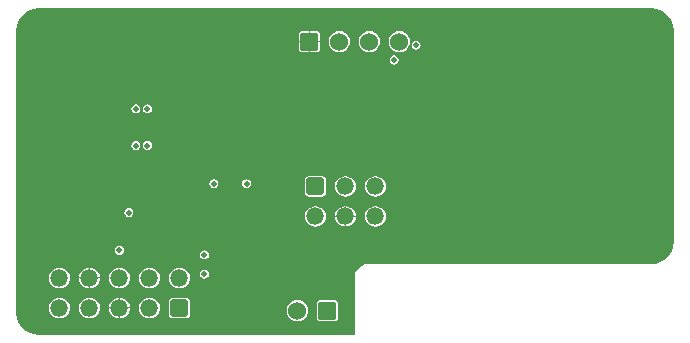
<source format=gbr>
%TF.GenerationSoftware,Altium Limited,Altium Designer,20.1.8 (145)*%
G04 Layer_Physical_Order=3*
G04 Layer_Color=16440176*
%FSLAX45Y45*%
%MOMM*%
%TF.SameCoordinates,98D083CD-8668-4ABA-A521-F4C8EB5CE2D3*%
%TF.FilePolarity,Positive*%
%TF.FileFunction,Copper,L3,Inr,Signal*%
%TF.Part,Single*%
G01*
G75*
%TA.AperFunction,ComponentPad*%
%ADD29C,1.50000*%
G04:AMPARAMS|DCode=30|XSize=1.524mm|YSize=1.524mm|CornerRadius=0.1905mm|HoleSize=0mm|Usage=FLASHONLY|Rotation=180.000|XOffset=0mm|YOffset=0mm|HoleType=Round|Shape=RoundedRectangle|*
%AMROUNDEDRECTD30*
21,1,1.52400,1.14300,0,0,180.0*
21,1,1.14300,1.52400,0,0,180.0*
1,1,0.38100,-0.57150,0.57150*
1,1,0.38100,0.57150,0.57150*
1,1,0.38100,0.57150,-0.57150*
1,1,0.38100,-0.57150,-0.57150*
%
%ADD30ROUNDEDRECTD30*%
%ADD31C,1.52400*%
G04:AMPARAMS|DCode=32|XSize=1.5mm|YSize=1.45mm|CornerRadius=0.18125mm|HoleSize=0mm|Usage=FLASHONLY|Rotation=180.000|XOffset=0mm|YOffset=0mm|HoleType=Round|Shape=RoundedRectangle|*
%AMROUNDEDRECTD32*
21,1,1.50000,1.08750,0,0,180.0*
21,1,1.13750,1.45000,0,0,180.0*
1,1,0.36250,-0.56875,0.54375*
1,1,0.36250,0.56875,0.54375*
1,1,0.36250,0.56875,-0.54375*
1,1,0.36250,-0.56875,-0.54375*
%
%ADD32ROUNDEDRECTD32*%
%ADD33O,1.50000X1.45000*%
%TA.AperFunction,ViaPad*%
%ADD34C,3.00000*%
%ADD35C,0.50000*%
G36*
X5400001Y2781824D02*
X5435473Y2778330D01*
X5469582Y2767984D01*
X5501017Y2751181D01*
X5528570Y2728569D01*
X5551183Y2701016D01*
X5567985Y2669581D01*
X5578332Y2635472D01*
X5581826Y2600000D01*
X5581872D01*
Y800000D01*
X5581826D01*
X5578332Y764528D01*
X5567985Y730419D01*
X5551182Y698983D01*
X5528570Y671430D01*
X5501017Y648818D01*
X5469582Y632015D01*
X5435472Y621669D01*
X5400000Y618175D01*
Y618129D01*
X3000000Y618129D01*
Y618797D01*
X2969253Y614749D01*
X2940602Y602881D01*
X2915998Y584002D01*
X2897119Y559398D01*
X2885252Y530747D01*
X2881204Y500001D01*
X2881872D01*
Y18128D01*
X200000D01*
Y18174D01*
X164528Y21668D01*
X130418Y32015D01*
X98983Y48818D01*
X71430Y71430D01*
X48818Y98983D01*
X32015Y130418D01*
X21668Y164528D01*
X18174Y200000D01*
X18128D01*
X18128Y2599999D01*
X18174D01*
X21668Y2635471D01*
X32015Y2669580D01*
X48818Y2701015D01*
X71430Y2728569D01*
X98983Y2751181D01*
X130418Y2767984D01*
X164528Y2778330D01*
X200000Y2781824D01*
Y2781870D01*
X5400000D01*
X5400001Y2781824D01*
D02*
G37*
%LPC*%
G36*
X2554850Y2589522D02*
X2504050D01*
Y2506350D01*
X2587222D01*
Y2557150D01*
X2584758Y2569538D01*
X2577740Y2580040D01*
X2567238Y2587058D01*
X2554850Y2589522D01*
D02*
G37*
G36*
X2491350D02*
X2440550D01*
X2428162Y2587058D01*
X2417659Y2580040D01*
X2410642Y2569538D01*
X2408178Y2557150D01*
Y2506350D01*
X2491350D01*
Y2589522D01*
D02*
G37*
G36*
X3402264Y2507933D02*
X3387555Y2505007D01*
X3375084Y2496674D01*
X3366752Y2484204D01*
X3363826Y2469494D01*
X3366752Y2454784D01*
X3375084Y2442314D01*
X3387555Y2433982D01*
X3402264Y2431056D01*
X3416974Y2433982D01*
X3429445Y2442314D01*
X3437777Y2454784D01*
X3440703Y2469494D01*
X3437777Y2484204D01*
X3429445Y2496674D01*
X3416974Y2505007D01*
X3402264Y2507933D01*
D02*
G37*
G36*
X2587222Y2493650D02*
X2504050D01*
Y2410478D01*
X2554850D01*
X2567238Y2412942D01*
X2577740Y2419959D01*
X2584758Y2430461D01*
X2587222Y2442850D01*
Y2493650D01*
D02*
G37*
G36*
X2491350D02*
X2408178D01*
Y2442850D01*
X2410642Y2430461D01*
X2417659Y2419959D01*
X2428162Y2412942D01*
X2440550Y2410478D01*
X2491350D01*
Y2493650D01*
D02*
G37*
G36*
X3259700Y2589667D02*
X3236492Y2586612D01*
X3214866Y2577654D01*
X3196296Y2563404D01*
X3182046Y2544833D01*
X3173088Y2523207D01*
X3170033Y2500000D01*
X3173088Y2476792D01*
X3182046Y2455166D01*
X3196296Y2436596D01*
X3214866Y2422346D01*
X3236492Y2413388D01*
X3259700Y2410333D01*
X3282907Y2413388D01*
X3304533Y2422346D01*
X3323104Y2436596D01*
X3337354Y2455166D01*
X3346312Y2476792D01*
X3349367Y2500000D01*
X3346312Y2523207D01*
X3337354Y2544833D01*
X3323104Y2563404D01*
X3304533Y2577654D01*
X3282907Y2586612D01*
X3259700Y2589667D01*
D02*
G37*
G36*
X3005700D02*
X2982492Y2586612D01*
X2960866Y2577654D01*
X2942296Y2563404D01*
X2928046Y2544833D01*
X2919088Y2523207D01*
X2916033Y2500000D01*
X2919088Y2476792D01*
X2928046Y2455166D01*
X2942296Y2436596D01*
X2960866Y2422346D01*
X2982492Y2413388D01*
X3005700Y2410333D01*
X3028907Y2413388D01*
X3050533Y2422346D01*
X3069104Y2436596D01*
X3083354Y2455166D01*
X3092312Y2476792D01*
X3095367Y2500000D01*
X3092312Y2523207D01*
X3083354Y2544833D01*
X3069104Y2563404D01*
X3050533Y2577654D01*
X3028907Y2586612D01*
X3005700Y2589667D01*
D02*
G37*
G36*
X2751700D02*
X2728492Y2586612D01*
X2706866Y2577654D01*
X2688296Y2563404D01*
X2674046Y2544833D01*
X2665088Y2523207D01*
X2662033Y2500000D01*
X2665088Y2476792D01*
X2674046Y2455166D01*
X2688296Y2436596D01*
X2706866Y2422346D01*
X2728492Y2413388D01*
X2751700Y2410333D01*
X2774907Y2413388D01*
X2796533Y2422346D01*
X2815104Y2436596D01*
X2829354Y2455166D01*
X2838312Y2476792D01*
X2841367Y2500000D01*
X2838312Y2523207D01*
X2829354Y2544833D01*
X2815104Y2563404D01*
X2796533Y2577654D01*
X2774907Y2586612D01*
X2751700Y2589667D01*
D02*
G37*
G36*
X3216324Y2383332D02*
X3201614Y2380405D01*
X3189143Y2372073D01*
X3180811Y2359603D01*
X3177885Y2344893D01*
X3180811Y2330183D01*
X3189143Y2317713D01*
X3201614Y2309380D01*
X3216324Y2306454D01*
X3231033Y2309380D01*
X3243504Y2317713D01*
X3251836Y2330183D01*
X3254762Y2344893D01*
X3251836Y2359603D01*
X3243504Y2372073D01*
X3231033Y2380405D01*
X3216324Y2383332D01*
D02*
G37*
G36*
X1126580Y1970065D02*
X1111870Y1967139D01*
X1099400Y1958807D01*
X1091067Y1946336D01*
X1088141Y1931626D01*
X1091067Y1916916D01*
X1099400Y1904446D01*
X1111870Y1896114D01*
X1126580Y1893188D01*
X1141290Y1896114D01*
X1153760Y1904446D01*
X1162092Y1916916D01*
X1165018Y1931626D01*
X1162092Y1946336D01*
X1153760Y1958807D01*
X1141290Y1967139D01*
X1126580Y1970065D01*
D02*
G37*
G36*
X1029547D02*
X1014837Y1967139D01*
X1002367Y1958807D01*
X994034Y1946336D01*
X991108Y1931626D01*
X994034Y1916916D01*
X1002367Y1904446D01*
X1014837Y1896114D01*
X1029547Y1893188D01*
X1044257Y1896114D01*
X1056727Y1904446D01*
X1065059Y1916916D01*
X1067985Y1931626D01*
X1065059Y1946336D01*
X1056727Y1958807D01*
X1044257Y1967139D01*
X1029547Y1970065D01*
D02*
G37*
G36*
X1126580Y1659181D02*
X1111870Y1656255D01*
X1099400Y1647923D01*
X1091067Y1635453D01*
X1088141Y1620743D01*
X1091067Y1606033D01*
X1099400Y1593562D01*
X1111870Y1585230D01*
X1126580Y1582304D01*
X1141290Y1585230D01*
X1153760Y1593562D01*
X1162092Y1606033D01*
X1165018Y1620743D01*
X1162092Y1635453D01*
X1153760Y1647923D01*
X1141290Y1656255D01*
X1126580Y1659181D01*
D02*
G37*
G36*
X1029547D02*
X1014837Y1656255D01*
X1002367Y1647923D01*
X994034Y1635453D01*
X991108Y1620743D01*
X994034Y1606033D01*
X1002367Y1593562D01*
X1014837Y1585230D01*
X1029547Y1582304D01*
X1044257Y1585230D01*
X1056727Y1593562D01*
X1065059Y1606033D01*
X1067985Y1620743D01*
X1065059Y1635453D01*
X1056727Y1647923D01*
X1044257Y1656255D01*
X1029547Y1659181D01*
D02*
G37*
G36*
X1966064Y1336078D02*
X1951354Y1333152D01*
X1938883Y1324820D01*
X1930551Y1312349D01*
X1927625Y1297639D01*
X1930551Y1282929D01*
X1938883Y1270459D01*
X1951354Y1262127D01*
X1966064Y1259201D01*
X1980774Y1262127D01*
X1993244Y1270459D01*
X2001576Y1282929D01*
X2004502Y1297639D01*
X2001576Y1312349D01*
X1993244Y1324820D01*
X1980774Y1333152D01*
X1966064Y1336078D01*
D02*
G37*
G36*
X1689589D02*
X1674880Y1333152D01*
X1662409Y1324820D01*
X1654077Y1312349D01*
X1651151Y1297639D01*
X1654077Y1282929D01*
X1662409Y1270459D01*
X1674880Y1262127D01*
X1689589Y1259201D01*
X1704299Y1262127D01*
X1716770Y1270459D01*
X1725102Y1282929D01*
X1728028Y1297639D01*
X1725102Y1312349D01*
X1716770Y1324820D01*
X1704299Y1333152D01*
X1689589Y1336078D01*
D02*
G37*
G36*
X2607035Y1360884D02*
X2493285D01*
X2481258Y1358492D01*
X2471061Y1351679D01*
X2464249Y1341482D01*
X2461856Y1329455D01*
Y1220705D01*
X2464249Y1208678D01*
X2471061Y1198481D01*
X2481258Y1191668D01*
X2493285Y1189276D01*
X2607035D01*
X2619062Y1191668D01*
X2629259Y1198481D01*
X2636071Y1208678D01*
X2638464Y1220705D01*
Y1329455D01*
X2636071Y1341482D01*
X2629259Y1351679D01*
X2619062Y1358492D01*
X2607035Y1360884D01*
D02*
G37*
G36*
X3060660Y1361015D02*
X3055660D01*
X3033419Y1358087D01*
X3012692Y1349502D01*
X2994895Y1335845D01*
X2981238Y1318048D01*
X2972653Y1297322D01*
X2969725Y1275080D01*
X2972653Y1252838D01*
X2981238Y1232112D01*
X2994895Y1214315D01*
X3012692Y1200658D01*
X3033419Y1192073D01*
X3055660Y1189145D01*
X3060660D01*
X3082901Y1192073D01*
X3103628Y1200658D01*
X3121425Y1214315D01*
X3135082Y1232112D01*
X3143667Y1252838D01*
X3146595Y1275080D01*
X3143667Y1297322D01*
X3135082Y1318048D01*
X3121425Y1335845D01*
X3103628Y1349502D01*
X3082901Y1358087D01*
X3060660Y1361015D01*
D02*
G37*
G36*
X2806660D02*
X2801660D01*
X2779419Y1358087D01*
X2758692Y1349502D01*
X2740895Y1335845D01*
X2727238Y1318048D01*
X2718653Y1297322D01*
X2715725Y1275080D01*
X2718653Y1252838D01*
X2727238Y1232112D01*
X2740895Y1214315D01*
X2758692Y1200658D01*
X2779419Y1192073D01*
X2801660Y1189145D01*
X2806660D01*
X2828901Y1192073D01*
X2849628Y1200658D01*
X2867425Y1214315D01*
X2881082Y1232112D01*
X2889667Y1252838D01*
X2892595Y1275080D01*
X2889667Y1297322D01*
X2881082Y1318048D01*
X2867425Y1335845D01*
X2849628Y1349502D01*
X2828901Y1358087D01*
X2806660Y1361015D01*
D02*
G37*
G36*
X2810510Y1106508D02*
Y1027430D01*
X2891759D01*
X2889667Y1043322D01*
X2881082Y1064048D01*
X2867425Y1081845D01*
X2849628Y1095502D01*
X2828901Y1104087D01*
X2810510Y1106508D01*
D02*
G37*
G36*
X2797810D02*
X2779419Y1104087D01*
X2758692Y1095502D01*
X2740895Y1081845D01*
X2727238Y1064048D01*
X2718653Y1043322D01*
X2716561Y1027430D01*
X2797810D01*
Y1106508D01*
D02*
G37*
G36*
X969802Y1092060D02*
X955092Y1089134D01*
X942621Y1080802D01*
X934289Y1068332D01*
X931363Y1053622D01*
X934289Y1038912D01*
X942621Y1026441D01*
X955092Y1018109D01*
X969802Y1015183D01*
X984512Y1018109D01*
X996982Y1026441D01*
X1005314Y1038912D01*
X1008240Y1053622D01*
X1005314Y1068332D01*
X996982Y1080802D01*
X984512Y1089134D01*
X969802Y1092060D01*
D02*
G37*
G36*
X2891759Y1014730D02*
X2810510D01*
Y935652D01*
X2828901Y938073D01*
X2849628Y946658D01*
X2867425Y960315D01*
X2881082Y978112D01*
X2889667Y998838D01*
X2891759Y1014730D01*
D02*
G37*
G36*
X2797810D02*
X2716561D01*
X2718653Y998838D01*
X2727238Y978112D01*
X2740895Y960315D01*
X2758692Y946658D01*
X2779419Y938073D01*
X2797810Y935652D01*
Y1014730D01*
D02*
G37*
G36*
X3060660Y1107015D02*
X3055660D01*
X3033419Y1104087D01*
X3012692Y1095502D01*
X2994895Y1081845D01*
X2981238Y1064048D01*
X2972653Y1043322D01*
X2969725Y1021080D01*
X2972653Y998838D01*
X2981238Y978112D01*
X2994895Y960315D01*
X3012692Y946658D01*
X3033419Y938073D01*
X3055660Y935145D01*
X3060660D01*
X3082901Y938073D01*
X3103628Y946658D01*
X3121425Y960315D01*
X3135082Y978112D01*
X3143667Y998838D01*
X3146595Y1021080D01*
X3143667Y1043322D01*
X3135082Y1064048D01*
X3121425Y1081845D01*
X3103628Y1095502D01*
X3082901Y1104087D01*
X3060660Y1107015D01*
D02*
G37*
G36*
X2552660D02*
X2547660D01*
X2525419Y1104087D01*
X2504692Y1095502D01*
X2486895Y1081845D01*
X2473238Y1064048D01*
X2464653Y1043322D01*
X2461725Y1021080D01*
X2464653Y998838D01*
X2473238Y978112D01*
X2486895Y960315D01*
X2504692Y946658D01*
X2525419Y938073D01*
X2547660Y935145D01*
X2552660D01*
X2574901Y938073D01*
X2595628Y946658D01*
X2613425Y960315D01*
X2627082Y978112D01*
X2635667Y998838D01*
X2638595Y1021080D01*
X2635667Y1043322D01*
X2627082Y1064048D01*
X2613425Y1081845D01*
X2595628Y1095502D01*
X2574901Y1104087D01*
X2552660Y1107015D01*
D02*
G37*
G36*
X890399Y771198D02*
X875689Y768272D01*
X863219Y759940D01*
X854887Y747469D01*
X851961Y732760D01*
X854887Y718050D01*
X863219Y705579D01*
X875689Y697247D01*
X890399Y694321D01*
X905109Y697247D01*
X917580Y705579D01*
X925912Y718050D01*
X928838Y732760D01*
X925912Y747469D01*
X917580Y759940D01*
X905109Y768272D01*
X890399Y771198D01*
D02*
G37*
G36*
X1610360Y734399D02*
X1595650Y731473D01*
X1583180Y723140D01*
X1574847Y710670D01*
X1571921Y695960D01*
X1574847Y681250D01*
X1583180Y668780D01*
X1595650Y660447D01*
X1610360Y657521D01*
X1625070Y660447D01*
X1637540Y668780D01*
X1645873Y681250D01*
X1648799Y695960D01*
X1645873Y710670D01*
X1637540Y723140D01*
X1625070Y731473D01*
X1610360Y734399D01*
D02*
G37*
G36*
X642749Y586888D02*
Y507810D01*
X723998D01*
X721906Y523702D01*
X713321Y544428D01*
X699664Y562225D01*
X681867Y575882D01*
X661141Y584467D01*
X642749Y586888D01*
D02*
G37*
G36*
X630049D02*
X611658Y584467D01*
X590932Y575882D01*
X573134Y562225D01*
X559477Y544428D01*
X550892Y523702D01*
X548800Y507810D01*
X630049D01*
Y586888D01*
D02*
G37*
G36*
X1610360Y570689D02*
X1595650Y567763D01*
X1583180Y559430D01*
X1574847Y546960D01*
X1571921Y532250D01*
X1574847Y517540D01*
X1583180Y505070D01*
X1595650Y496738D01*
X1610360Y493812D01*
X1625070Y496738D01*
X1637540Y505070D01*
X1645873Y517540D01*
X1648799Y532250D01*
X1645873Y546960D01*
X1637540Y559430D01*
X1625070Y567763D01*
X1610360Y570689D01*
D02*
G37*
G36*
X723998Y495110D02*
X642749D01*
Y416032D01*
X661141Y418453D01*
X681867Y427038D01*
X699664Y440695D01*
X713321Y458492D01*
X721906Y479218D01*
X723998Y495110D01*
D02*
G37*
G36*
X630049D02*
X548800D01*
X550892Y479218D01*
X559477Y458492D01*
X573134Y440695D01*
X590932Y427038D01*
X611658Y418453D01*
X630049Y416032D01*
Y495110D01*
D02*
G37*
G36*
X1400899Y587395D02*
X1395899D01*
X1373658Y584467D01*
X1352932Y575882D01*
X1335134Y562225D01*
X1321477Y544428D01*
X1312892Y523702D01*
X1309964Y501460D01*
X1312892Y479218D01*
X1321477Y458492D01*
X1335134Y440695D01*
X1352932Y427038D01*
X1373658Y418453D01*
X1395899Y415525D01*
X1400899D01*
X1423141Y418453D01*
X1443867Y427038D01*
X1461664Y440695D01*
X1475321Y458492D01*
X1483906Y479218D01*
X1486834Y501460D01*
X1483906Y523702D01*
X1475321Y544428D01*
X1461664Y562225D01*
X1443867Y575882D01*
X1423141Y584467D01*
X1400899Y587395D01*
D02*
G37*
G36*
X1146899D02*
X1141899D01*
X1119658Y584467D01*
X1098932Y575882D01*
X1081134Y562225D01*
X1067477Y544428D01*
X1058892Y523702D01*
X1055964Y501460D01*
X1058892Y479218D01*
X1067477Y458492D01*
X1081134Y440695D01*
X1098932Y427038D01*
X1119658Y418453D01*
X1141899Y415525D01*
X1146899D01*
X1169141Y418453D01*
X1189867Y427038D01*
X1207664Y440695D01*
X1221321Y458492D01*
X1229906Y479218D01*
X1232834Y501460D01*
X1229906Y523702D01*
X1221321Y544428D01*
X1207664Y562225D01*
X1189867Y575882D01*
X1169141Y584467D01*
X1146899Y587395D01*
D02*
G37*
G36*
X892899D02*
X887899D01*
X865658Y584467D01*
X844932Y575882D01*
X827134Y562225D01*
X813477Y544428D01*
X804892Y523702D01*
X801964Y501460D01*
X804892Y479218D01*
X813477Y458492D01*
X827134Y440695D01*
X844932Y427038D01*
X865658Y418453D01*
X887899Y415525D01*
X892899D01*
X915141Y418453D01*
X935867Y427038D01*
X953664Y440695D01*
X967321Y458492D01*
X975906Y479218D01*
X978834Y501460D01*
X975906Y523702D01*
X967321Y544428D01*
X953664Y562225D01*
X935867Y575882D01*
X915141Y584467D01*
X892899Y587395D01*
D02*
G37*
G36*
X384899D02*
X379899D01*
X357658Y584467D01*
X336932Y575882D01*
X319134Y562225D01*
X305477Y544428D01*
X296892Y523702D01*
X293964Y501460D01*
X296892Y479218D01*
X305477Y458492D01*
X319134Y440695D01*
X336932Y427038D01*
X357658Y418453D01*
X379899Y415525D01*
X384899D01*
X407141Y418453D01*
X427867Y427038D01*
X445664Y440695D01*
X459321Y458492D01*
X467906Y479218D01*
X470834Y501460D01*
X467906Y523702D01*
X459321Y544428D01*
X445664Y562225D01*
X427867Y575882D01*
X407141Y584467D01*
X384899Y587395D01*
D02*
G37*
G36*
X896749Y332888D02*
Y253810D01*
X977998D01*
X975906Y269702D01*
X967321Y290428D01*
X953664Y308225D01*
X935867Y321882D01*
X915141Y330467D01*
X896749Y332888D01*
D02*
G37*
G36*
X884049D02*
X865658Y330467D01*
X844932Y321882D01*
X827134Y308225D01*
X813477Y290428D01*
X804892Y269702D01*
X802800Y253810D01*
X884049D01*
Y332888D01*
D02*
G37*
G36*
X977998Y241110D02*
X896749D01*
Y162032D01*
X915141Y164453D01*
X935867Y173038D01*
X953664Y186695D01*
X967321Y204492D01*
X975906Y225218D01*
X977998Y241110D01*
D02*
G37*
G36*
X884049D02*
X802800D01*
X804892Y225218D01*
X813477Y204492D01*
X827134Y186695D01*
X844932Y173038D01*
X865658Y164453D01*
X884049Y162032D01*
Y241110D01*
D02*
G37*
G36*
X1455274Y333264D02*
X1341524D01*
X1329497Y330872D01*
X1319301Y324059D01*
X1312488Y313862D01*
X1310095Y301835D01*
Y193085D01*
X1312488Y181058D01*
X1319301Y170861D01*
X1329497Y164048D01*
X1341524Y161656D01*
X1455274D01*
X1467302Y164048D01*
X1477498Y170861D01*
X1484311Y181058D01*
X1486703Y193085D01*
Y301835D01*
X1484311Y313862D01*
X1477498Y324059D01*
X1467302Y330872D01*
X1455274Y333264D01*
D02*
G37*
G36*
X1146899Y333395D02*
X1141899D01*
X1119658Y330467D01*
X1098932Y321882D01*
X1081134Y308225D01*
X1067477Y290428D01*
X1058892Y269702D01*
X1055964Y247460D01*
X1058892Y225218D01*
X1067477Y204492D01*
X1081134Y186695D01*
X1098932Y173038D01*
X1119658Y164453D01*
X1141899Y161525D01*
X1146899D01*
X1169141Y164453D01*
X1189867Y173038D01*
X1207664Y186695D01*
X1221321Y204492D01*
X1229906Y225218D01*
X1232834Y247460D01*
X1229906Y269702D01*
X1221321Y290428D01*
X1207664Y308225D01*
X1189867Y321882D01*
X1169141Y330467D01*
X1146899Y333395D01*
D02*
G37*
G36*
X638899D02*
X633899D01*
X611658Y330467D01*
X590932Y321882D01*
X573134Y308225D01*
X559477Y290428D01*
X550892Y269702D01*
X547964Y247460D01*
X550892Y225218D01*
X559477Y204492D01*
X573134Y186695D01*
X590932Y173038D01*
X611658Y164453D01*
X633899Y161525D01*
X638899D01*
X661141Y164453D01*
X681867Y173038D01*
X699664Y186695D01*
X713321Y204492D01*
X721906Y225218D01*
X724834Y247460D01*
X721906Y269702D01*
X713321Y290428D01*
X699664Y308225D01*
X681867Y321882D01*
X661141Y330467D01*
X638899Y333395D01*
D02*
G37*
G36*
X384899D02*
X379899D01*
X357658Y330467D01*
X336932Y321882D01*
X319134Y308225D01*
X305477Y290428D01*
X296892Y269702D01*
X293964Y247460D01*
X296892Y225218D01*
X305477Y204492D01*
X319134Y186695D01*
X336932Y173038D01*
X357658Y164453D01*
X379899Y161525D01*
X384899D01*
X407141Y164453D01*
X427867Y173038D01*
X445664Y186695D01*
X459321Y204492D01*
X467906Y225218D01*
X470834Y247460D01*
X467906Y269702D01*
X459321Y290428D01*
X445664Y308225D01*
X427867Y321882D01*
X407141Y330467D01*
X384899Y333395D01*
D02*
G37*
G36*
X2708910Y313042D02*
X2594610D01*
X2582222Y310578D01*
X2571720Y303560D01*
X2564702Y293058D01*
X2562238Y280670D01*
Y166370D01*
X2564702Y153982D01*
X2571720Y143480D01*
X2582222Y136462D01*
X2594610Y133998D01*
X2708910D01*
X2721299Y136462D01*
X2731801Y143480D01*
X2738818Y153982D01*
X2741282Y166370D01*
Y280670D01*
X2738818Y293058D01*
X2731801Y303560D01*
X2721299Y310578D01*
X2708910Y313042D01*
D02*
G37*
G36*
X2397760Y313187D02*
X2374553Y310132D01*
X2352927Y301174D01*
X2334356Y286924D01*
X2320106Y268354D01*
X2311149Y246727D01*
X2308093Y223520D01*
X2311149Y200313D01*
X2320106Y178686D01*
X2334356Y160116D01*
X2352927Y145866D01*
X2374553Y136908D01*
X2397760Y133853D01*
X2420968Y136908D01*
X2442594Y145866D01*
X2461164Y160116D01*
X2475414Y178686D01*
X2484372Y200313D01*
X2487427Y223520D01*
X2484372Y246727D01*
X2475414Y268354D01*
X2461164Y286924D01*
X2442594Y301174D01*
X2420968Y310132D01*
X2397760Y313187D01*
D02*
G37*
%LPD*%
D29*
X192904Y2146670D02*
D03*
X5046980Y2580640D02*
D03*
X192904Y1799694D02*
D03*
X1715259Y2578745D02*
D03*
X3042860Y1656590D02*
D03*
D30*
X2651760Y223520D02*
D03*
X2497700Y2500000D02*
D03*
D31*
X2397760Y223520D02*
D03*
X3259700Y2500000D02*
D03*
X3005700D02*
D03*
X2751700D02*
D03*
D32*
X1398399Y247460D02*
D03*
X2550160Y1275080D02*
D03*
D33*
X1144399Y247460D02*
D03*
X890399D02*
D03*
X636399D02*
D03*
X382399D02*
D03*
Y501460D02*
D03*
X636399D02*
D03*
X890399D02*
D03*
X1144399D02*
D03*
X1398399D02*
D03*
X2804160Y1275080D02*
D03*
X3058160D02*
D03*
Y1021080D02*
D03*
X2804160D02*
D03*
X2550160D02*
D03*
D34*
X200000Y2600000D02*
D03*
X5400000D02*
D03*
X2700000Y1700000D02*
D03*
X5400000Y800000D02*
D03*
D35*
X551846Y1700636D02*
D03*
X1153213Y2025857D02*
D03*
X976707Y1584193D02*
D03*
X3221556Y1924387D02*
D03*
X1029547Y1620743D02*
D03*
X1126580D02*
D03*
Y1931626D02*
D03*
X902860Y1809097D02*
D03*
X1544320Y55880D02*
D03*
X1789121Y50794D02*
D03*
X2828525Y1394642D02*
D03*
X2632646Y1164797D02*
D03*
X2487712Y1402767D02*
D03*
X3334884Y1683884D02*
D03*
X2929274Y1934099D02*
D03*
X3332606Y1905283D02*
D03*
X2556760Y538700D02*
D03*
X2618740D02*
D03*
Y618340D02*
D03*
Y696824D02*
D03*
X2556760D02*
D03*
X2493860Y618340D02*
D03*
Y538700D02*
D03*
Y696824D02*
D03*
X3215451Y2279479D02*
D03*
X3402264Y2469494D02*
D03*
X3216324Y2344893D02*
D03*
X3488769Y2195609D02*
D03*
X3636955Y1799018D02*
D03*
X3743797Y1998638D02*
D03*
X3644300Y2026983D02*
D03*
X3335021Y1802756D02*
D03*
X1633608Y1251502D02*
D03*
X1936900Y1225923D02*
D03*
X1987859Y1363641D02*
D03*
X1730875Y1347909D02*
D03*
X1966064Y1297639D02*
D03*
X3331573Y2104648D02*
D03*
X2226654Y1787092D02*
D03*
X3264146Y2200768D02*
D03*
X2844800Y2270760D02*
D03*
X2931764Y2308346D02*
D03*
X3124700Y2585720D02*
D03*
X3037840Y2669540D02*
D03*
X3124700Y2755900D02*
D03*
X3638799Y2660574D02*
D03*
X4541163Y2658788D02*
D03*
X2271900Y1704548D02*
D03*
X209149Y2371705D02*
D03*
X5472444Y1075824D02*
D03*
X5407414Y984782D02*
D03*
X2967606Y647601D02*
D03*
X3147277Y650550D02*
D03*
X5139394Y652953D02*
D03*
X4618892Y2752791D02*
D03*
X3639699Y2752792D02*
D03*
X229163Y45074D02*
D03*
X1305215Y1680376D02*
D03*
X1079354Y1676474D02*
D03*
X963916Y1744157D02*
D03*
X1830098Y1250099D02*
D03*
X1994823Y2102724D02*
D03*
X1658620Y1529080D02*
D03*
X845630Y686322D02*
D03*
X612446Y760886D02*
D03*
X669430Y693279D02*
D03*
X757530Y680241D02*
D03*
X1053960Y760893D02*
D03*
X996580D02*
D03*
X1654105Y927212D02*
D03*
X1562997Y813153D02*
D03*
X1557010Y663021D02*
D03*
X1663710D02*
D03*
X1665433Y562221D02*
D03*
X1555287D02*
D03*
X1610360Y532250D02*
D03*
Y695960D02*
D03*
X1934778Y2292505D02*
D03*
X408816Y2346013D02*
D03*
X418566Y2017136D02*
D03*
X101976Y722125D02*
D03*
X109355Y201352D02*
D03*
X714303Y110886D02*
D03*
X2820478Y79803D02*
D03*
X2840787Y505320D02*
D03*
X2515023Y331124D02*
D03*
X2250440Y281940D02*
D03*
X2308860Y121920D02*
D03*
X2034467Y45074D02*
D03*
X2519680Y132080D02*
D03*
X559145Y1140441D02*
D03*
X270454Y1148583D02*
D03*
X383865Y1076951D02*
D03*
X211341Y604570D02*
D03*
X702934Y1247677D02*
D03*
X742919Y1103827D02*
D03*
X781064Y977900D02*
D03*
X1116517Y1341689D02*
D03*
X495687Y2267579D02*
D03*
X534390Y2068646D02*
D03*
X1390346Y1923178D02*
D03*
X1552620Y2055327D02*
D03*
X1414780Y1144675D02*
D03*
X1722120Y2250900D02*
D03*
X1029547Y1931626D02*
D03*
X1420000Y2529840D02*
D03*
X581555D02*
D03*
X2332780Y1457960D02*
D03*
X2249050Y1375724D02*
D03*
X3333391Y2278169D02*
D03*
X969802Y1053622D02*
D03*
X890399Y732760D02*
D03*
X1689589Y1297639D02*
D03*
X1303020Y1457960D02*
D03*
X1023880Y596900D02*
D03*
X940125Y677553D02*
D03*
X1686560Y820000D02*
D03*
Y1079840D02*
D03*
X5381709Y2359706D02*
D03*
X1387800Y1541780D02*
D03*
X1982840Y445321D02*
D03*
X1831853Y1346203D02*
D03*
X2004060Y1985000D02*
D03*
X231140Y1442720D02*
D03*
X469900Y878660D02*
D03*
X5381709Y2192423D02*
D03*
X2142800Y906780D02*
D03*
X2205020D02*
D03*
X2078280D02*
D03*
Y713740D02*
D03*
X2142800D02*
D03*
X2205020D02*
D03*
X2112800Y2046644D02*
D03*
X1387800Y1374140D02*
D03*
X2284346Y580321D02*
D03*
Y502860D02*
D03*
Y657413D02*
D03*
X2160580Y657860D02*
D03*
Y502860D02*
D03*
Y580321D02*
D03*
X996580Y976622D02*
D03*
X2249050Y1539240D02*
D03*
X2222500Y1985000D02*
D03*
X5467520Y2275737D02*
D03*
X3488251Y2372249D02*
D03*
X3643110Y2278169D02*
D03*
X1771220Y1160780D02*
D03*
X1770860Y998220D02*
D03*
X1771220Y901700D02*
D03*
Y739140D02*
D03*
X384568Y883572D02*
D03*
X1884680Y218440D02*
D03*
X1971892Y304600D02*
D03*
X1972680Y134266D02*
D03*
X1898600Y357941D02*
D03*
X1816100Y445321D02*
D03*
X2222800Y502860D02*
D03*
Y657860D02*
D03*
%TF.MD5,30a75395d1aab95f5949a8281b658cbf*%
M02*

</source>
